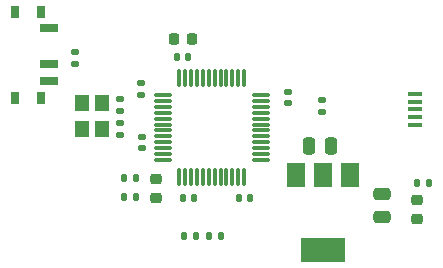
<source format=gbr>
%TF.GenerationSoftware,KiCad,Pcbnew,(6.0.0)*%
%TF.CreationDate,2024-12-16T18:31:44-06:00*%
%TF.ProjectId,UDEMY_STM32_Course,5544454d-595f-4535-944d-33325f436f75,rev?*%
%TF.SameCoordinates,Original*%
%TF.FileFunction,Paste,Top*%
%TF.FilePolarity,Positive*%
%FSLAX46Y46*%
G04 Gerber Fmt 4.6, Leading zero omitted, Abs format (unit mm)*
G04 Created by KiCad (PCBNEW (6.0.0)) date 2024-12-16 18:31:44*
%MOMM*%
%LPD*%
G01*
G04 APERTURE LIST*
G04 Aperture macros list*
%AMRoundRect*
0 Rectangle with rounded corners*
0 $1 Rounding radius*
0 $2 $3 $4 $5 $6 $7 $8 $9 X,Y pos of 4 corners*
0 Add a 4 corners polygon primitive as box body*
4,1,4,$2,$3,$4,$5,$6,$7,$8,$9,$2,$3,0*
0 Add four circle primitives for the rounded corners*
1,1,$1+$1,$2,$3*
1,1,$1+$1,$4,$5*
1,1,$1+$1,$6,$7*
1,1,$1+$1,$8,$9*
0 Add four rect primitives between the rounded corners*
20,1,$1+$1,$2,$3,$4,$5,0*
20,1,$1+$1,$4,$5,$6,$7,0*
20,1,$1+$1,$6,$7,$8,$9,0*
20,1,$1+$1,$8,$9,$2,$3,0*%
G04 Aperture macros list end*
%ADD10R,1.300000X0.450000*%
%ADD11R,1.500000X0.700000*%
%ADD12R,0.800000X1.000000*%
%ADD13R,1.200000X1.400000*%
%ADD14RoundRect,0.075000X-0.662500X-0.075000X0.662500X-0.075000X0.662500X0.075000X-0.662500X0.075000X0*%
%ADD15RoundRect,0.075000X-0.075000X-0.662500X0.075000X-0.662500X0.075000X0.662500X-0.075000X0.662500X0*%
%ADD16R,3.800000X2.000000*%
%ADD17R,1.500000X2.000000*%
%ADD18RoundRect,0.135000X-0.185000X0.135000X-0.185000X-0.135000X0.185000X-0.135000X0.185000X0.135000X0*%
%ADD19RoundRect,0.135000X0.185000X-0.135000X0.185000X0.135000X-0.185000X0.135000X-0.185000X-0.135000X0*%
%ADD20RoundRect,0.135000X-0.135000X-0.185000X0.135000X-0.185000X0.135000X0.185000X-0.135000X0.185000X0*%
%ADD21RoundRect,0.135000X0.135000X0.185000X-0.135000X0.185000X-0.135000X-0.185000X0.135000X-0.185000X0*%
%ADD22RoundRect,0.218750X-0.256250X0.218750X-0.256250X-0.218750X0.256250X-0.218750X0.256250X0.218750X0*%
%ADD23RoundRect,0.140000X0.140000X0.170000X-0.140000X0.170000X-0.140000X-0.170000X0.140000X-0.170000X0*%
%ADD24RoundRect,0.140000X0.170000X-0.140000X0.170000X0.140000X-0.170000X0.140000X-0.170000X-0.140000X0*%
%ADD25RoundRect,0.140000X-0.140000X-0.170000X0.140000X-0.170000X0.140000X0.170000X-0.140000X0.170000X0*%
%ADD26RoundRect,0.140000X-0.170000X0.140000X-0.170000X-0.140000X0.170000X-0.140000X0.170000X0.140000X0*%
%ADD27RoundRect,0.225000X-0.225000X-0.250000X0.225000X-0.250000X0.225000X0.250000X-0.225000X0.250000X0*%
%ADD28RoundRect,0.250000X0.475000X-0.250000X0.475000X0.250000X-0.475000X0.250000X-0.475000X-0.250000X0*%
%ADD29RoundRect,0.250000X-0.250000X-0.475000X0.250000X-0.475000X0.250000X0.475000X-0.250000X0.475000X0*%
G04 APERTURE END LIST*
D10*
%TO.C,J1*%
X75695000Y-67655000D03*
X75695000Y-68305000D03*
X75695000Y-68955000D03*
X75695000Y-69605000D03*
X75695000Y-70255000D03*
%TD*%
D11*
%TO.C,SW1*%
X44730000Y-62100000D03*
X44730000Y-65100000D03*
X44730000Y-66600000D03*
D12*
X41870000Y-60700000D03*
X41870000Y-68000000D03*
X44080000Y-68000000D03*
X44080000Y-60700000D03*
%TD*%
D13*
%TO.C,Y1*%
X47500000Y-68450000D03*
X47500000Y-70650000D03*
X49200000Y-70650000D03*
X49200000Y-68450000D03*
%TD*%
D14*
%TO.C,U2*%
X54337500Y-67750000D03*
X54337500Y-68250000D03*
X54337500Y-68750000D03*
X54337500Y-69250000D03*
X54337500Y-69750000D03*
X54337500Y-70250000D03*
X54337500Y-70750000D03*
X54337500Y-71250000D03*
X54337500Y-71750000D03*
X54337500Y-72250000D03*
X54337500Y-72750000D03*
X54337500Y-73250000D03*
D15*
X55750000Y-74662500D03*
X56250000Y-74662500D03*
X56750000Y-74662500D03*
X57250000Y-74662500D03*
X57750000Y-74662500D03*
X58250000Y-74662500D03*
X58750000Y-74662500D03*
X59250000Y-74662500D03*
X59750000Y-74662500D03*
X60250000Y-74662500D03*
X60750000Y-74662500D03*
X61250000Y-74662500D03*
D14*
X62662500Y-73250000D03*
X62662500Y-72750000D03*
X62662500Y-72250000D03*
X62662500Y-71750000D03*
X62662500Y-71250000D03*
X62662500Y-70750000D03*
X62662500Y-70250000D03*
X62662500Y-69750000D03*
X62662500Y-69250000D03*
X62662500Y-68750000D03*
X62662500Y-68250000D03*
X62662500Y-67750000D03*
D15*
X61250000Y-66337500D03*
X60750000Y-66337500D03*
X60250000Y-66337500D03*
X59750000Y-66337500D03*
X59250000Y-66337500D03*
X58750000Y-66337500D03*
X58250000Y-66337500D03*
X57750000Y-66337500D03*
X57250000Y-66337500D03*
X56750000Y-66337500D03*
X56250000Y-66337500D03*
X55750000Y-66337500D03*
%TD*%
D16*
%TO.C,U1*%
X67950000Y-80850000D03*
D17*
X67950000Y-74550000D03*
X65650000Y-74550000D03*
X70250000Y-74550000D03*
%TD*%
D18*
%TO.C,R3*%
X67850000Y-68190000D03*
X67850000Y-69210000D03*
%TD*%
D19*
%TO.C,R2*%
X46950000Y-65110000D03*
X46950000Y-64090000D03*
%TD*%
D20*
%TO.C,R5*%
X59310000Y-79700000D03*
X58290000Y-79700000D03*
%TD*%
D21*
%TO.C,R4*%
X57140000Y-79650000D03*
X56120000Y-79650000D03*
%TD*%
D20*
%TO.C,R1*%
X75890000Y-75187500D03*
X76910000Y-75187500D03*
%TD*%
D22*
%TO.C,FB1*%
X53750000Y-74862500D03*
X53750000Y-76437500D03*
%TD*%
%TO.C,D1*%
X75900000Y-76650000D03*
X75900000Y-78225000D03*
%TD*%
D23*
%TO.C,C3*%
X52050000Y-76400000D03*
X51090000Y-76400000D03*
%TD*%
%TO.C,C10*%
X52050000Y-74800000D03*
X51090000Y-74800000D03*
%TD*%
D24*
%TO.C,C9*%
X52600000Y-72230000D03*
X52600000Y-71270000D03*
%TD*%
D25*
%TO.C,C8*%
X55540000Y-64500000D03*
X56500000Y-64500000D03*
%TD*%
D23*
%TO.C,C7*%
X61730000Y-76450000D03*
X60770000Y-76450000D03*
%TD*%
D26*
%TO.C,C6*%
X64950000Y-67470000D03*
X64950000Y-68430000D03*
%TD*%
D24*
%TO.C,C13*%
X50750000Y-71110000D03*
X50750000Y-70150000D03*
%TD*%
%TO.C,C5*%
X52500000Y-67730000D03*
X52500000Y-66770000D03*
%TD*%
D25*
%TO.C,C11*%
X56040000Y-76450000D03*
X57000000Y-76450000D03*
%TD*%
D27*
%TO.C,C4*%
X55275000Y-63000000D03*
X56825000Y-63000000D03*
%TD*%
D24*
%TO.C,C12*%
X50750000Y-69060000D03*
X50750000Y-68100000D03*
%TD*%
D28*
%TO.C,C2*%
X72950000Y-78050000D03*
X72950000Y-76150000D03*
%TD*%
D29*
%TO.C,C1*%
X68600000Y-72100000D03*
X66700000Y-72100000D03*
%TD*%
M02*

</source>
